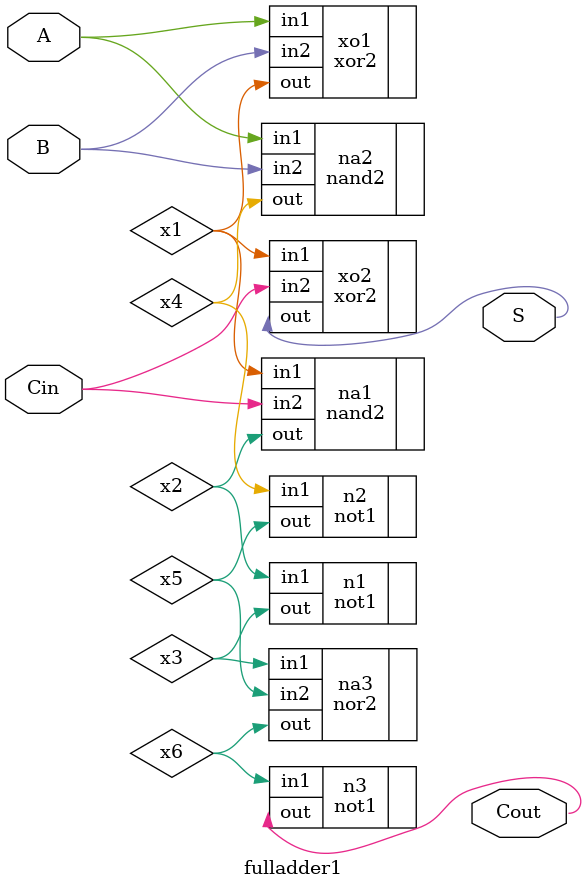
<source format=v>
module fulladder16 (A, B, S, Cout);
input [15:0] A;
input [15:0] B;
output [15:0] S;
output Cout;

wire [2:0] carry;

fulladder4 fa0(.A(A[3:0]),  .B(B[3:0]),  .Cin(1'b0),     .S(S[3:0]),  .Cout(carry[0]));
fulladder4 fa1(.A(A[7:4]),  .B(B[7:4]),  .Cin(carry[0]), .S(S[7:4]),  .Cout(carry[1]));
fulladder4 fa2(.A(A[11:8]), .B(B[11:8]), .Cin(carry[1]), .S(S[11:8]), .Cout(carry[2]));
fulladder4 fa3(.A(A[15:12]),.B(B[15:12]),.Cin(carry[2]), .S(S[15:12]),.Cout(Cout));


endmodule

module fulladder4(A, B, Cin, S, Cout);
input [3:0] A;
input [3:0] B;
input Cin;
output [3:0] S;
output Cout;

wire [2:0] carry;

fulladder1 fa0(.A(A[0]), .B(B[0]), .Cin(Cin),      .S(S[0]), .Cout(carry[0]));
fulladder1 fa1(.A(A[1]), .B(B[1]), .Cin(carry[0]), .S(S[1]), .Cout(carry[1]));
fulladder1 fa2(.A(A[2]), .B(B[2]), .Cin(carry[1]), .S(S[2]), .Cout(carry[2]));
fulladder1 fa3(.A(A[3]), .B(B[3]), .Cin(carry[2]), .S(S[3]), .Cout(Cout));

endmodule

module fulladder1 (A, B, Cin, S, Cout);
input A;
input B;
input Cin;
output S;
output Cout;

wire x1, x2, x3, x4, x5, x6;

//not1  n1(.in1(), .out());
//xor2  xo1(.in1(), .in2(), .out());
//nand2 na1(.in1(), .in2(), .out());
//nor2  no1(.in1(), .in2(), .out());

// Sum
xor2  xo1(.in1(A), .in2(B), .out(x1));
xor2  xo2(.in1(x1), .in2(Cin), .out(S));

//Cout
nand2 na1(.in1(x1), .in2(Cin), .out(x2));
not1  n1(.in1(x2), .out(x3));

nand2 na2(.in1(A), .in2(B), .out(x4));
not1  n2(.in1(x4), .out(x5));

nor2 na3(.in1(x3), .in2(x5), .out(x6));
not1  n3(.in1(x6), .out(Cout));

endmodule

</source>
